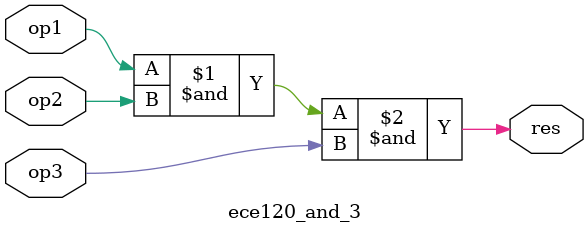
<source format=sv>

module ece120_and_3(
    input logic op1, op2, op3,
    output logic res
    );
    assign res = op1 & op2 & op3;
endmodule
</source>
